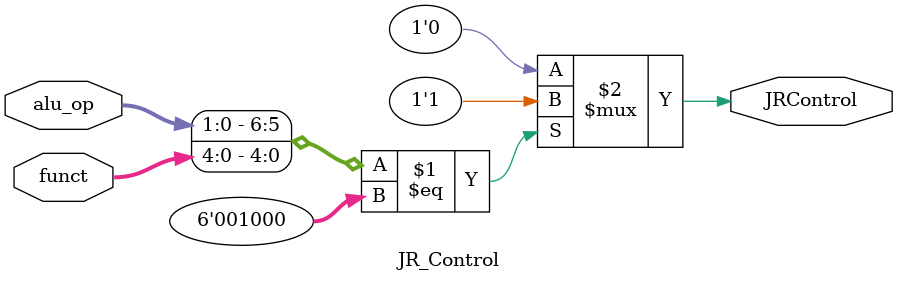
<source format=v>
`timescale 1ns / 1ps
 
 module Alu_Control( ALU_Control, ALUOp, Function);  
 output reg[2:0] ALU_Control;  
 input [1:0] ALUOp;  
 input [3:0] Function;  
 wire [5:0] ALUControlIn;  
 assign ALUControlIn = {ALUOp,Function};  
 always @(ALUControlIn)  
 casex (ALUControlIn)  
  6'b11xxxx: ALU_Control=3'b000;  
  6'b10xxxx: ALU_Control=3'b100;  
  6'b01xxxx: ALU_Control=3'b001;  
  6'b000000: ALU_Control=3'b000;  
  6'b000001: ALU_Control=3'b001;  
  6'b000010: ALU_Control=3'b010;  
  6'b000011: ALU_Control=3'b011;  
  6'b000100: ALU_Control=3'b100;  
  default: ALU_Control=3'b000;  
  endcase  
 endmodule  
// Verilog code for JR control unit
module JR_Control( input[1:0] alu_op, 
       input [4:0] funct,
       output JRControl
    );
assign JRControl = ({alu_op,funct}==6'b001000) ? 1'b1 : 1'b0;
endmodule

</source>
